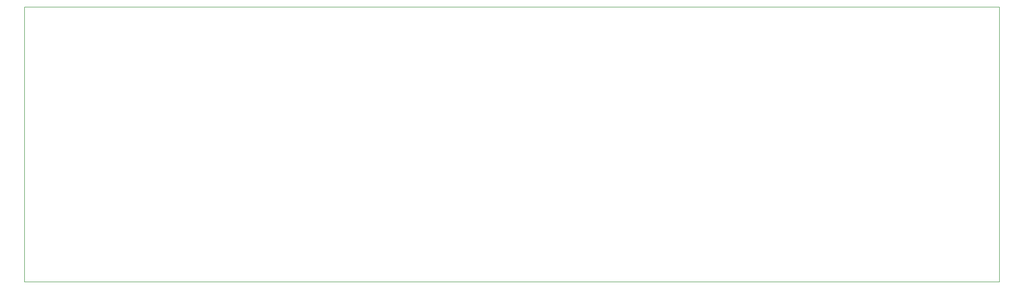
<source format=gbp>
G04*
G04 #@! TF.GenerationSoftware,Altium Limited,Altium Designer,22.4.2 (48)*
G04*
G04 Layer_Color=128*
%FSLAX25Y25*%
%MOIN*%
G70*
G04*
G04 #@! TF.SameCoordinates,340CD510-C2A3-4888-8477-CFC9A3A3E853*
G04*
G04*
G04 #@! TF.FilePolarity,Positive*
G04*
G01*
G75*
%ADD11C,0.00500*%
D11*
X500Y500D02*
X1325000D01*
X1325000Y375000D02*
X1325000Y500D01*
X500Y375000D02*
X1325000D01*
X500D02*
X500Y500D01*
M02*

</source>
